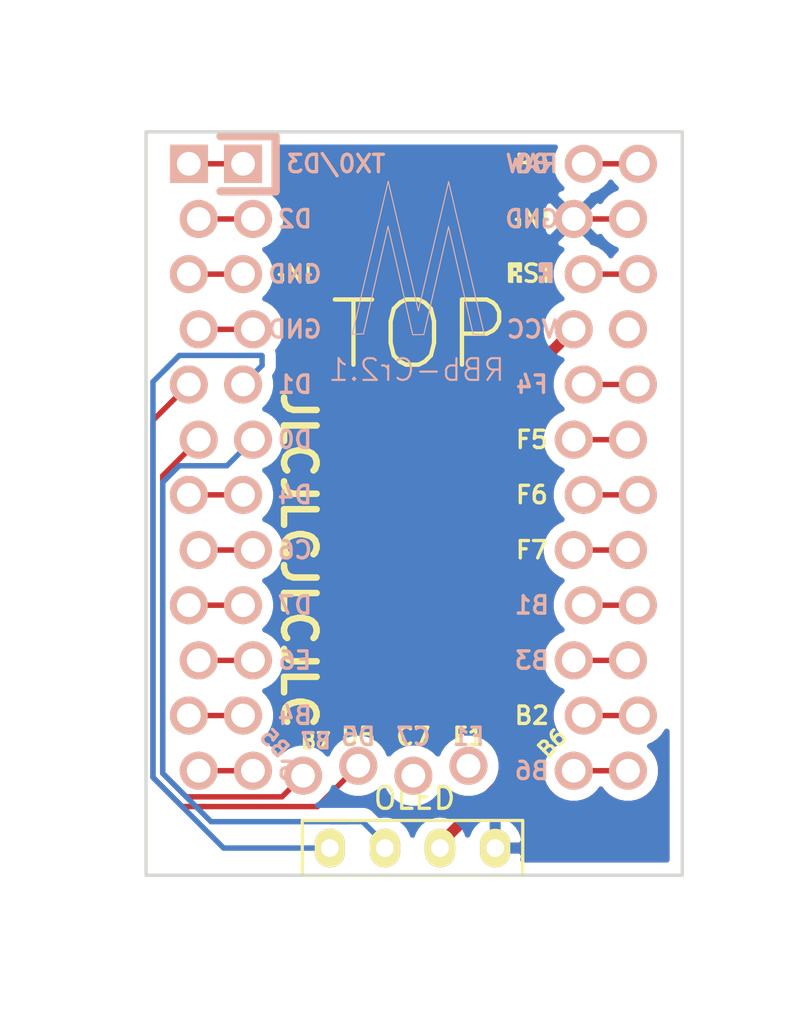
<source format=kicad_pcb>
(kicad_pcb (version 20171130) (host pcbnew 5.1.4+dfsg1-1~bpo10+1)

  (general
    (thickness 1.6)
    (drawings 22)
    (tracks 65)
    (zones 0)
    (modules 3)
    (nets 32)
  )

  (page A4)
  (layers
    (0 F.Cu signal)
    (31 B.Cu signal)
    (32 B.Adhes user)
    (33 F.Adhes user)
    (34 B.Paste user)
    (35 F.Paste user)
    (36 B.SilkS user)
    (37 F.SilkS user)
    (38 B.Mask user)
    (39 F.Mask user)
    (40 Dwgs.User user)
    (41 Cmts.User user)
    (42 Eco1.User user)
    (43 Eco2.User user)
    (44 Edge.Cuts user)
    (45 Margin user)
    (46 B.CrtYd user)
    (47 F.CrtYd user)
    (48 B.Fab user)
    (49 F.Fab user)
  )

  (setup
    (last_trace_width 0.25)
    (trace_clearance 0.2)
    (zone_clearance 0.508)
    (zone_45_only no)
    (trace_min 0.2)
    (via_size 0.8)
    (via_drill 0.4)
    (via_min_size 0.4)
    (via_min_drill 0.3)
    (uvia_size 0.3)
    (uvia_drill 0.1)
    (uvias_allowed no)
    (uvia_min_size 0.2)
    (uvia_min_drill 0.1)
    (edge_width 0.1)
    (segment_width 0.2)
    (pcb_text_width 0.3)
    (pcb_text_size 1.5 1.5)
    (mod_edge_width 0.15)
    (mod_text_size 1 1)
    (mod_text_width 0.15)
    (pad_size 1.397 1.778)
    (pad_drill 0.8128)
    (pad_to_mask_clearance 0)
    (aux_axis_origin 0 0)
    (visible_elements 7FFFFFFF)
    (pcbplotparams
      (layerselection 0x010f0_ffffffff)
      (usegerberextensions true)
      (usegerberattributes false)
      (usegerberadvancedattributes false)
      (creategerberjobfile false)
      (excludeedgelayer true)
      (linewidth 0.100000)
      (plotframeref false)
      (viasonmask false)
      (mode 1)
      (useauxorigin false)
      (hpglpennumber 1)
      (hpglpenspeed 20)
      (hpglpendiameter 15.000000)
      (psnegative false)
      (psa4output false)
      (plotreference true)
      (plotvalue true)
      (plotinvisibletext false)
      (padsonsilk false)
      (subtractmaskfromsilk true)
      (outputformat 1)
      (mirror false)
      (drillshape 0)
      (scaleselection 1)
      (outputdirectory "../../gerbers/"))
  )

  (net 0 "")
  (net 1 "Net-(U1-Pad24)")
  (net 2 "Net-(U1-Pad12)")
  (net 3 "Net-(U1-Pad23)")
  (net 4 "Net-(U1-Pad22)")
  (net 5 "Net-(U1-Pad20)")
  (net 6 "Net-(U1-Pad19)")
  (net 7 "Net-(U1-Pad18)")
  (net 8 "Net-(U1-Pad17)")
  (net 9 "Net-(U1-Pad16)")
  (net 10 "Net-(U1-Pad15)")
  (net 11 "Net-(U1-Pad14)")
  (net 12 "Net-(U1-Pad13)")
  (net 13 "Net-(U1-Pad11)")
  (net 14 "Net-(U1-Pad10)")
  (net 15 "Net-(U1-Pad9)")
  (net 16 "Net-(U1-Pad8)")
  (net 17 "Net-(U1-Pad7)")
  (net 18 "Net-(U1-Pad4)")
  (net 19 "Net-(U1-Pad3)")
  (net 20 "Net-(U1-Pad2)")
  (net 21 "Net-(U1-Pad1)")
  (net 22 "Net-(U1-Pad25)")
  (net 23 "Net-(U1-Pad26)")
  (net 24 "Net-(U1-Pad27)")
  (net 25 "Net-(U1-Pad28)")
  (net 26 SDA)
  (net 27 SCL)
  (net 28 VCC)
  (net 29 "Net-(U2-Pad21)")
  (net 30 GND)
  (net 31 "Net-(U2-Pad23)")

  (net_class Default "This is the default net class."
    (clearance 0.2)
    (trace_width 0.25)
    (via_dia 0.8)
    (via_drill 0.4)
    (uvia_dia 0.3)
    (uvia_drill 0.1)
    (add_net GND)
    (add_net "Net-(U1-Pad1)")
    (add_net "Net-(U1-Pad10)")
    (add_net "Net-(U1-Pad11)")
    (add_net "Net-(U1-Pad12)")
    (add_net "Net-(U1-Pad13)")
    (add_net "Net-(U1-Pad14)")
    (add_net "Net-(U1-Pad15)")
    (add_net "Net-(U1-Pad16)")
    (add_net "Net-(U1-Pad17)")
    (add_net "Net-(U1-Pad18)")
    (add_net "Net-(U1-Pad19)")
    (add_net "Net-(U1-Pad2)")
    (add_net "Net-(U1-Pad20)")
    (add_net "Net-(U1-Pad22)")
    (add_net "Net-(U1-Pad23)")
    (add_net "Net-(U1-Pad24)")
    (add_net "Net-(U1-Pad25)")
    (add_net "Net-(U1-Pad26)")
    (add_net "Net-(U1-Pad27)")
    (add_net "Net-(U1-Pad28)")
    (add_net "Net-(U1-Pad3)")
    (add_net "Net-(U1-Pad4)")
    (add_net "Net-(U1-Pad7)")
    (add_net "Net-(U1-Pad8)")
    (add_net "Net-(U1-Pad9)")
    (add_net "Net-(U2-Pad21)")
    (add_net "Net-(U2-Pad23)")
    (add_net SCL)
    (add_net SDA)
    (add_net VCC)
  )

  (module kbd:OLED_1side (layer F.Cu) (tedit 5EFB87EF) (tstamp 5EAEC976)
    (at 85.83 85.83)
    (descr "Connecteur 6 pins")
    (tags "CONN DEV")
    (path /5A91DA4B)
    (fp_text reference J1 (at 3.7 2.1 180) (layer F.Fab)
      (effects (font (size 0.8128 0.8128) (thickness 0.15)))
    )
    (fp_text value OLED (at 3.6 3.3) (layer F.SilkS) hide
      (effects (font (size 0.8128 0.8128) (thickness 0.15)))
    )
    (fp_line (start -1.27 1.27) (end 8.89 1.27) (layer F.SilkS) (width 0.15))
    (fp_line (start -1.27 -1.27) (end 8.89 -1.27) (layer F.SilkS) (width 0.15))
    (fp_line (start 8.89 -1.27) (end 8.89 1.27) (layer F.SilkS) (width 0.15))
    (fp_line (start -1.27 1.27) (end -1.27 -1.27) (layer F.SilkS) (width 0.15))
    (fp_text user OLED (at 3.906 -2.284) (layer F.SilkS)
      (effects (font (size 1 1) (thickness 0.15)))
    )
    (pad 1 thru_hole oval (at 0 0) (size 1.397 1.778) (drill 0.8128) (layers *.Cu F.SilkS B.Mask)
      (net 26 SDA))
    (pad 2 thru_hole oval (at 2.54 0) (size 1.397 1.778) (drill 0.8128) (layers *.Cu F.SilkS B.Mask)
      (net 27 SCL))
    (pad 3 thru_hole oval (at 5.08 0) (size 1.397 1.778) (drill 0.8128) (layers *.Cu F.SilkS B.Mask)
      (net 28 VCC))
    (pad 4 thru_hole oval (at 7.62 0) (size 1.397 1.778) (drill 0.8128) (layers *.Cu F.SilkS B.Mask)
      (net 30 GND))
  )

  (module Keebio-Parts:Elite-C-ZigZag (layer F.Cu) (tedit 5EAEC749) (tstamp 5EAE4D75)
    (at 89.68 68.3 270)
    (path /5E939961)
    (fp_text reference U1 (at 0 1.625 90) (layer F.SilkS) hide
      (effects (font (size 1 1) (thickness 0.2)))
    )
    (fp_text value ProMicro (at 0 0 90) (layer F.SilkS) hide
      (effects (font (size 1 1) (thickness 0.2)))
    )
    (fp_text user D5 (at 12.4 2.54) (layer B.SilkS)
      (effects (font (size 0.8 0.8) (thickness 0.15)) (justify mirror))
    )
    (fp_text user D5 (at 12.4 2.54) (layer F.SilkS)
      (effects (font (size 0.8 0.8) (thickness 0.15)))
    )
    (fp_text user F1 (at 12.4 -2.54) (layer F.SilkS)
      (effects (font (size 0.8 0.8) (thickness 0.15)))
    )
    (fp_text user F1 (at 12.4 -2.54) (layer B.SilkS)
      (effects (font (size 0.8 0.8) (thickness 0.15)) (justify mirror))
    )
    (fp_text user C7 (at 12.4 0) (layer B.SilkS)
      (effects (font (size 0.8 0.8) (thickness 0.15)) (justify mirror))
    )
    (fp_text user C7 (at 12.4 0) (layer F.SilkS)
      (effects (font (size 0.8 0.8) (thickness 0.15)))
    )
    (fp_text user B6 (at 13.97 -5.461 unlocked) (layer B.SilkS)
      (effects (font (size 0.8 0.8) (thickness 0.15)) (justify mirror))
    )
    (fp_text user B6 (at 12.7 -6.4 45 unlocked) (layer F.SilkS)
      (effects (font (size 0.7 0.7) (thickness 0.15)))
    )
    (fp_text user B7 (at 12.6 4.5) (layer B.SilkS)
      (effects (font (size 0.7 0.7) (thickness 0.15)) (justify mirror))
    )
    (fp_text user B7 (at 12.6 4.5) (layer F.SilkS)
      (effects (font (size 0.7 0.7) (thickness 0.15)))
    )
    (fp_line (start -15.24 6.35) (end -15.24 8.89) (layer F.SilkS) (width 0.381))
    (fp_line (start -15.24 6.35) (end -15.24 8.89) (layer B.SilkS) (width 0.381))
    (fp_poly (pts (xy -9.35097 -5.844635) (xy -9.25097 -5.844635) (xy -9.25097 -6.344635) (xy -9.35097 -6.344635)) (layer B.SilkS) (width 0.15))
    (fp_poly (pts (xy -9.35097 -5.844635) (xy -9.05097 -5.844635) (xy -9.05097 -5.944635) (xy -9.35097 -5.944635)) (layer B.SilkS) (width 0.15))
    (fp_poly (pts (xy -8.75097 -5.844635) (xy -8.55097 -5.844635) (xy -8.55097 -5.944635) (xy -8.75097 -5.944635)) (layer B.SilkS) (width 0.15))
    (fp_poly (pts (xy -9.35097 -6.244635) (xy -8.55097 -6.244635) (xy -8.55097 -6.344635) (xy -9.35097 -6.344635)) (layer B.SilkS) (width 0.15))
    (fp_poly (pts (xy -8.95097 -6.044635) (xy -8.85097 -6.044635) (xy -8.85097 -6.144635) (xy -8.95097 -6.144635)) (layer B.SilkS) (width 0.15))
    (fp_text user ST (at -8.92 -5.73312) (layer F.SilkS)
      (effects (font (size 0.8 0.8) (thickness 0.15)))
    )
    (fp_poly (pts (xy -8.76064 -4.931568) (xy -8.56064 -4.931568) (xy -8.56064 -4.831568) (xy -8.76064 -4.831568)) (layer F.SilkS) (width 0.15))
    (fp_poly (pts (xy -9.36064 -4.531568) (xy -8.56064 -4.531568) (xy -8.56064 -4.431568) (xy -9.36064 -4.431568)) (layer F.SilkS) (width 0.15))
    (fp_poly (pts (xy -9.36064 -4.931568) (xy -9.26064 -4.931568) (xy -9.26064 -4.431568) (xy -9.36064 -4.431568)) (layer F.SilkS) (width 0.15))
    (fp_poly (pts (xy -8.96064 -4.731568) (xy -8.86064 -4.731568) (xy -8.86064 -4.631568) (xy -8.96064 -4.631568)) (layer F.SilkS) (width 0.15))
    (fp_poly (pts (xy -9.36064 -4.931568) (xy -9.06064 -4.931568) (xy -9.06064 -4.831568) (xy -9.36064 -4.831568)) (layer F.SilkS) (width 0.15))
    (fp_line (start -12.7 6.35) (end -12.7 8.89) (layer F.SilkS) (width 0.381))
    (fp_line (start -15.24 6.35) (end -12.7 6.35) (layer F.SilkS) (width 0.381))
    (fp_text user TX0/D3 (at -13.97 3.571872) (layer B.SilkS)
      (effects (font (size 0.8 0.8) (thickness 0.15)) (justify mirror))
    )
    (fp_text user TX0/D3 (at -13.97 3.571872) (layer B.SilkS)
      (effects (font (size 0.8 0.8) (thickness 0.15)) (justify mirror))
    )
    (fp_text user D2 (at -11.43 5.461) (layer B.SilkS)
      (effects (font (size 0.8 0.8) (thickness 0.15)) (justify mirror))
    )
    (fp_text user D0 (at -1.27 5.461) (layer B.SilkS)
      (effects (font (size 0.8 0.8) (thickness 0.15)) (justify mirror))
    )
    (fp_text user D1 (at -3.81 5.461) (layer B.SilkS)
      (effects (font (size 0.8 0.8) (thickness 0.15)) (justify mirror))
    )
    (fp_text user GND (at -6.35 5.461) (layer B.SilkS)
      (effects (font (size 0.8 0.8) (thickness 0.15)) (justify mirror))
    )
    (fp_text user GND (at -8.89 5.461) (layer F.SilkS)
      (effects (font (size 0.8 0.8) (thickness 0.15)))
    )
    (fp_text user D4 (at 1.27 5.461) (layer B.SilkS)
      (effects (font (size 0.8 0.8) (thickness 0.15)) (justify mirror))
    )
    (fp_text user C6 (at 3.81 5.461) (layer B.SilkS)
      (effects (font (size 0.8 0.8) (thickness 0.15)) (justify mirror))
    )
    (fp_text user D7 (at 6.35 5.461) (layer B.SilkS)
      (effects (font (size 0.8 0.8) (thickness 0.15)) (justify mirror))
    )
    (fp_text user E6 (at 8.89 5.461) (layer B.SilkS)
      (effects (font (size 0.8 0.8) (thickness 0.15)) (justify mirror))
    )
    (fp_text user B4 (at 11.43 5.461) (layer B.SilkS)
      (effects (font (size 0.8 0.8) (thickness 0.15)) (justify mirror))
    )
    (fp_text user B5 (at 13.97 5.461) (layer B.SilkS)
      (effects (font (size 0.8 0.8) (thickness 0.15)) (justify mirror))
    )
    (fp_text user B2 (at 11.43 -5.461) (layer F.SilkS)
      (effects (font (size 0.8 0.8) (thickness 0.15)))
    )
    (fp_text user B3 (at 8.89 -5.461) (layer B.SilkS)
      (effects (font (size 0.8 0.8) (thickness 0.15)) (justify mirror))
    )
    (fp_text user B1 (at 6.35 -5.461) (layer B.SilkS)
      (effects (font (size 0.8 0.8) (thickness 0.15)) (justify mirror))
    )
    (fp_text user F7 (at 3.81 -5.461) (layer F.SilkS)
      (effects (font (size 0.8 0.8) (thickness 0.15)))
    )
    (fp_text user F6 (at 1.27 -5.461) (layer F.SilkS)
      (effects (font (size 0.8 0.8) (thickness 0.15)))
    )
    (fp_text user F5 (at -1.27 -5.461) (layer F.SilkS)
      (effects (font (size 0.8 0.8) (thickness 0.15)))
    )
    (fp_text user F4 (at -3.81 -5.461) (layer B.SilkS)
      (effects (font (size 0.8 0.8) (thickness 0.15)) (justify mirror))
    )
    (fp_text user VCC (at -6.35 -5.461) (layer B.SilkS)
      (effects (font (size 0.8 0.8) (thickness 0.15)) (justify mirror))
    )
    (fp_text user ST (at -8.92 -5.73312) (layer F.SilkS)
      (effects (font (size 0.8 0.8) (thickness 0.15)))
    )
    (fp_text user GND (at -11.43 -5.461) (layer F.SilkS)
      (effects (font (size 0.8 0.8) (thickness 0.15)))
    )
    (fp_text user B0 (at -13.97 -5.461) (layer F.SilkS)
      (effects (font (size 0.8 0.8) (thickness 0.15)))
    )
    (fp_text user B0 (at -13.97 -5.461) (layer B.SilkS)
      (effects (font (size 0.8 0.8) (thickness 0.15)) (justify mirror))
    )
    (fp_text user GND (at -11.43 -5.461) (layer B.SilkS)
      (effects (font (size 0.8 0.8) (thickness 0.15)) (justify mirror))
    )
    (fp_text user VCC (at -6.35 -5.461) (layer B.SilkS)
      (effects (font (size 0.8 0.8) (thickness 0.15)) (justify mirror))
    )
    (fp_text user F4 (at -3.81 -5.461) (layer B.SilkS)
      (effects (font (size 0.8 0.8) (thickness 0.15)) (justify mirror))
    )
    (fp_text user F5 (at -1.27 -5.461) (layer F.SilkS)
      (effects (font (size 0.8 0.8) (thickness 0.15)))
    )
    (fp_text user F6 (at 1.27 -5.461) (layer F.SilkS)
      (effects (font (size 0.8 0.8) (thickness 0.15)))
    )
    (fp_text user F7 (at 3.81 -5.461) (layer F.SilkS)
      (effects (font (size 0.8 0.8) (thickness 0.15)))
    )
    (fp_text user B1 (at 6.35 -5.461) (layer B.SilkS)
      (effects (font (size 0.8 0.8) (thickness 0.15)) (justify mirror))
    )
    (fp_text user B3 (at 8.89 -5.461) (layer B.SilkS)
      (effects (font (size 0.8 0.8) (thickness 0.15)) (justify mirror))
    )
    (fp_text user B2 (at 11.43 -5.461) (layer F.SilkS)
      (effects (font (size 0.8 0.8) (thickness 0.15)))
    )
    (fp_text user B5 (at 12.7 6.4 315) (layer B.SilkS)
      (effects (font (size 0.7 0.7) (thickness 0.15)) (justify mirror))
    )
    (fp_text user B4 (at 11.43 5.461) (layer B.SilkS)
      (effects (font (size 0.8 0.8) (thickness 0.15)) (justify mirror))
    )
    (fp_text user E6 (at 8.89 5.461) (layer B.SilkS)
      (effects (font (size 0.8 0.8) (thickness 0.15)) (justify mirror))
    )
    (fp_text user D7 (at 6.35 5.461) (layer B.SilkS)
      (effects (font (size 0.8 0.8) (thickness 0.15)) (justify mirror))
    )
    (fp_text user C6 (at 3.81 5.461) (layer B.SilkS)
      (effects (font (size 0.8 0.8) (thickness 0.15)) (justify mirror))
    )
    (fp_text user D4 (at 1.27 5.461) (layer B.SilkS)
      (effects (font (size 0.8 0.8) (thickness 0.15)) (justify mirror))
    )
    (fp_text user GND (at -8.89 5.461) (layer B.SilkS)
      (effects (font (size 0.8 0.8) (thickness 0.15)) (justify mirror))
    )
    (fp_text user GND (at -6.35 5.461) (layer B.SilkS)
      (effects (font (size 0.8 0.8) (thickness 0.15)) (justify mirror))
    )
    (fp_text user D1 (at -3.81 5.461) (layer B.SilkS)
      (effects (font (size 0.8 0.8) (thickness 0.15)) (justify mirror))
    )
    (fp_text user D0 (at -1.27 5.461) (layer B.SilkS)
      (effects (font (size 0.8 0.8) (thickness 0.15)) (justify mirror))
    )
    (fp_text user D2 (at -11.43 5.461) (layer B.SilkS)
      (effects (font (size 0.8 0.8) (thickness 0.15)) (justify mirror))
    )
    (fp_line (start -15.24 6.35) (end -12.7 6.35) (layer B.SilkS) (width 0.381))
    (fp_line (start -12.7 6.35) (end -12.7 8.89) (layer B.SilkS) (width 0.381))
    (fp_text user RAW (at -13.97 -5.461) (layer B.SilkS)
      (effects (font (size 0.8 0.8) (thickness 0.15)) (justify mirror))
    )
    (pad 25 thru_hole circle (at 14.1986 5.08 270) (size 1.7526 1.7526) (drill 1.0922) (layers *.Cu *.SilkS *.Mask)
      (net 22 "Net-(U1-Pad25)"))
    (pad 26 thru_hole circle (at 13.7414 2.54 270) (size 1.7526 1.7526) (drill 1.0922) (layers *.Cu *.SilkS *.Mask)
      (net 23 "Net-(U1-Pad26)"))
    (pad 27 thru_hole circle (at 14.1986 0 270) (size 1.7526 1.7526) (drill 1.0922) (layers *.Cu *.SilkS *.Mask)
      (net 24 "Net-(U1-Pad27)"))
    (pad 28 thru_hole circle (at 13.7414 -2.54 270) (size 1.7526 1.7526) (drill 1.0922) (layers *.Cu *.SilkS *.Mask)
      (net 25 "Net-(U1-Pad28)"))
    (pad 24 thru_hole circle (at -13.97 -7.8486 270) (size 1.7526 1.7526) (drill 1.0922) (layers *.Cu *.SilkS *.Mask)
      (net 1 "Net-(U1-Pad24)"))
    (pad 12 thru_hole circle (at 13.97 7.3914 270) (size 1.7526 1.7526) (drill 1.0922) (layers *.Cu *.SilkS *.Mask)
      (net 2 "Net-(U1-Pad12)"))
    (pad 23 thru_hole circle (at -11.43 -7.3914 270) (size 1.7526 1.7526) (drill 1.0922) (layers *.Cu *.SilkS *.Mask)
      (net 30 GND))
    (pad 22 thru_hole circle (at -8.89 -7.8486 270) (size 1.7526 1.7526) (drill 1.0922) (layers *.Cu *.SilkS *.Mask)
      (net 4 "Net-(U1-Pad22)"))
    (pad 21 thru_hole circle (at -6.35 -7.3914 270) (size 1.7526 1.7526) (drill 1.0922) (layers *.Cu *.SilkS *.Mask)
      (net 28 VCC))
    (pad 20 thru_hole circle (at -3.81 -7.8486 270) (size 1.7526 1.7526) (drill 1.0922) (layers *.Cu *.SilkS *.Mask)
      (net 5 "Net-(U1-Pad20)"))
    (pad 19 thru_hole circle (at -1.27 -7.3914 270) (size 1.7526 1.7526) (drill 1.0922) (layers *.Cu *.SilkS *.Mask)
      (net 6 "Net-(U1-Pad19)"))
    (pad 18 thru_hole circle (at 1.27 -7.8486 270) (size 1.7526 1.7526) (drill 1.0922) (layers *.Cu *.SilkS *.Mask)
      (net 7 "Net-(U1-Pad18)"))
    (pad 17 thru_hole circle (at 3.81 -7.3914 270) (size 1.7526 1.7526) (drill 1.0922) (layers *.Cu *.SilkS *.Mask)
      (net 8 "Net-(U1-Pad17)"))
    (pad 16 thru_hole circle (at 6.35 -7.8486 270) (size 1.7526 1.7526) (drill 1.0922) (layers *.Cu *.SilkS *.Mask)
      (net 9 "Net-(U1-Pad16)"))
    (pad 15 thru_hole circle (at 8.89 -7.3914 270) (size 1.7526 1.7526) (drill 1.0922) (layers *.Cu *.SilkS *.Mask)
      (net 10 "Net-(U1-Pad15)"))
    (pad 14 thru_hole circle (at 11.43 -7.8486 270) (size 1.7526 1.7526) (drill 1.0922) (layers *.Cu *.SilkS *.Mask)
      (net 11 "Net-(U1-Pad14)"))
    (pad 13 thru_hole circle (at 13.97 -7.3914 270) (size 1.7526 1.7526) (drill 1.0922) (layers *.Cu *.SilkS *.Mask)
      (net 12 "Net-(U1-Pad13)"))
    (pad 11 thru_hole circle (at 11.43 7.8486 270) (size 1.7526 1.7526) (drill 1.0922) (layers *.Cu *.SilkS *.Mask)
      (net 13 "Net-(U1-Pad11)"))
    (pad 10 thru_hole circle (at 8.89 7.3914 270) (size 1.7526 1.7526) (drill 1.0922) (layers *.Cu *.SilkS *.Mask)
      (net 14 "Net-(U1-Pad10)"))
    (pad 9 thru_hole circle (at 6.35 7.8486 270) (size 1.7526 1.7526) (drill 1.0922) (layers *.Cu *.SilkS *.Mask)
      (net 15 "Net-(U1-Pad9)"))
    (pad 8 thru_hole circle (at 3.81 7.3914 270) (size 1.7526 1.7526) (drill 1.0922) (layers *.Cu *.SilkS *.Mask)
      (net 16 "Net-(U1-Pad8)"))
    (pad 7 thru_hole circle (at 1.27 7.8486 270) (size 1.7526 1.7526) (drill 1.0922) (layers *.Cu *.SilkS *.Mask)
      (net 17 "Net-(U1-Pad7)"))
    (pad 6 thru_hole circle (at -1.27 7.3914 270) (size 1.7526 1.7526) (drill 1.0922) (layers *.Cu *.SilkS *.Mask)
      (net 27 SCL))
    (pad 5 thru_hole circle (at -3.81 7.8486 270) (size 1.7526 1.7526) (drill 1.0922) (layers *.Cu *.SilkS *.Mask)
      (net 26 SDA))
    (pad 4 thru_hole circle (at -6.35 7.3914 270) (size 1.7526 1.7526) (drill 1.0922) (layers *.Cu *.SilkS *.Mask)
      (net 18 "Net-(U1-Pad4)"))
    (pad 3 thru_hole circle (at -8.89 7.8486 270) (size 1.7526 1.7526) (drill 1.0922) (layers *.Cu *.SilkS *.Mask)
      (net 19 "Net-(U1-Pad3)"))
    (pad 2 thru_hole circle (at -11.43 7.3914 270) (size 1.7526 1.7526) (drill 1.0922) (layers *.Cu *.SilkS *.Mask)
      (net 20 "Net-(U1-Pad2)"))
    (pad 1 thru_hole rect (at -13.97 7.8486 270) (size 1.7526 1.7526) (drill 1.0922) (layers *.Cu *.SilkS *.Mask)
      (net 21 "Net-(U1-Pad1)"))
    (model /Users/danny/Documents/proj/custom-keyboard/kicad-libs/3d_models/ArduinoProMicro.wrl
      (offset (xyz -13.96999979019165 -7.619999885559082 -5.841999912261963))
      (scale (xyz 0.395 0.395 0.395))
      (rotate (xyz 90 180 180))
    )
  )

  (module Keebio-Parts:ArduinoProMicro-Mini-USB-ZigZag (layer F.Cu) (tedit 5EADCE30) (tstamp 5EADD8E0)
    (at 89.68 68.3 270)
    (path /5E9394F7)
    (fp_text reference U2 (at 0 1.125 90) (layer F.SilkS) hide
      (effects (font (size 1.27 1.524) (thickness 0.2032)))
    )
    (fp_text value ProMicro (at 0 -1 90) (layer F.SilkS) hide
      (effects (font (size 1.27 1.524) (thickness 0.2032)))
    )
    (pad 24 thru_hole circle (at -13.97 -10.3486 270) (size 1.7526 1.7526) (drill 1.0922) (layers *.Cu *.SilkS *.Mask)
      (net 1 "Net-(U1-Pad24)"))
    (pad 12 thru_hole circle (at 13.97 9.8914 270) (size 1.7526 1.7526) (drill 1.0922) (layers *.Cu *.SilkS *.Mask)
      (net 2 "Net-(U1-Pad12)"))
    (pad 23 thru_hole circle (at -11.43 -9.8914 270) (size 1.7526 1.7526) (drill 1.0922) (layers *.Cu *.SilkS *.Mask)
      (net 31 "Net-(U2-Pad23)"))
    (pad 22 thru_hole circle (at -8.89 -10.3486 270) (size 1.7526 1.7526) (drill 1.0922) (layers *.Cu *.SilkS *.Mask)
      (net 4 "Net-(U1-Pad22)"))
    (pad 21 thru_hole circle (at -6.35 -9.8914 270) (size 1.7526 1.7526) (drill 1.0922) (layers *.Cu *.SilkS *.Mask)
      (net 29 "Net-(U2-Pad21)"))
    (pad 20 thru_hole circle (at -3.81 -10.3486 270) (size 1.7526 1.7526) (drill 1.0922) (layers *.Cu *.SilkS *.Mask)
      (net 5 "Net-(U1-Pad20)"))
    (pad 19 thru_hole circle (at -1.27 -9.8914 270) (size 1.7526 1.7526) (drill 1.0922) (layers *.Cu *.SilkS *.Mask)
      (net 6 "Net-(U1-Pad19)"))
    (pad 18 thru_hole circle (at 1.27 -10.3486 270) (size 1.7526 1.7526) (drill 1.0922) (layers *.Cu *.SilkS *.Mask)
      (net 7 "Net-(U1-Pad18)"))
    (pad 17 thru_hole circle (at 3.81 -9.8914 270) (size 1.7526 1.7526) (drill 1.0922) (layers *.Cu *.SilkS *.Mask)
      (net 8 "Net-(U1-Pad17)"))
    (pad 16 thru_hole circle (at 6.35 -10.3486 270) (size 1.7526 1.7526) (drill 1.0922) (layers *.Cu *.SilkS *.Mask)
      (net 9 "Net-(U1-Pad16)"))
    (pad 15 thru_hole circle (at 8.89 -9.8914 270) (size 1.7526 1.7526) (drill 1.0922) (layers *.Cu *.SilkS *.Mask)
      (net 10 "Net-(U1-Pad15)"))
    (pad 14 thru_hole circle (at 11.43 -10.3486 270) (size 1.7526 1.7526) (drill 1.0922) (layers *.Cu *.SilkS *.Mask)
      (net 11 "Net-(U1-Pad14)"))
    (pad 13 thru_hole circle (at 13.97 -9.8914 270) (size 1.7526 1.7526) (drill 1.0922) (layers *.Cu *.SilkS *.Mask)
      (net 12 "Net-(U1-Pad13)"))
    (pad 11 thru_hole circle (at 11.43 10.3486 270) (size 1.7526 1.7526) (drill 1.0922) (layers *.Cu *.SilkS *.Mask)
      (net 13 "Net-(U1-Pad11)"))
    (pad 10 thru_hole circle (at 8.89 9.8914 270) (size 1.7526 1.7526) (drill 1.0922) (layers *.Cu *.SilkS *.Mask)
      (net 14 "Net-(U1-Pad10)"))
    (pad 9 thru_hole circle (at 6.35 10.3486 270) (size 1.7526 1.7526) (drill 1.0922) (layers *.Cu *.SilkS *.Mask)
      (net 15 "Net-(U1-Pad9)"))
    (pad 8 thru_hole circle (at 3.81 9.8914 270) (size 1.7526 1.7526) (drill 1.0922) (layers *.Cu *.SilkS *.Mask)
      (net 16 "Net-(U1-Pad8)"))
    (pad 7 thru_hole circle (at 1.27 10.3486 270) (size 1.7526 1.7526) (drill 1.0922) (layers *.Cu *.SilkS *.Mask)
      (net 17 "Net-(U1-Pad7)"))
    (pad 6 thru_hole circle (at -1.27 9.8914 270) (size 1.7526 1.7526) (drill 1.0922) (layers *.Cu *.SilkS *.Mask)
      (net 22 "Net-(U1-Pad25)"))
    (pad 5 thru_hole circle (at -3.81 10.3486 270) (size 1.7526 1.7526) (drill 1.0922) (layers *.Cu *.SilkS *.Mask)
      (net 23 "Net-(U1-Pad26)"))
    (pad 4 thru_hole circle (at -6.35 9.8914 270) (size 1.7526 1.7526) (drill 1.0922) (layers *.Cu *.SilkS *.Mask)
      (net 18 "Net-(U1-Pad4)"))
    (pad 3 thru_hole circle (at -8.89 10.3486 270) (size 1.7526 1.7526) (drill 1.0922) (layers *.Cu *.SilkS *.Mask)
      (net 19 "Net-(U1-Pad3)"))
    (pad 2 thru_hole circle (at -11.43 9.8914 270) (size 1.7526 1.7526) (drill 1.0922) (layers *.Cu *.SilkS *.Mask)
      (net 20 "Net-(U1-Pad2)"))
    (pad 1 thru_hole rect (at -13.97 10.3486 270) (size 1.7526 1.7526) (drill 1.0922) (layers *.Cu *.SilkS *.Mask)
      (net 21 "Net-(U1-Pad1)"))
  )

  (gr_text JLCJLCJLCJLC (at 84.4 72.59 270) (layer F.SilkS) (tstamp 5EAF14E0)
    (effects (font (size 1.5 1.5) (thickness 0.3)))
  )
  (gr_text TOP (at 89.99 62.2) (layer F.SilkS) (tstamp 5EAE5D93)
    (effects (font (size 3 3) (thickness 0.2)))
  )
  (gr_text RBb-Cr2.1 (at 89.83 63.82) (layer B.SilkS) (tstamp 5EADD511)
    (effects (font (size 1 1) (thickness 0.1)) (justify mirror))
  )
  (gr_line (start 77.36 52.86) (end 102.07 52.86) (layer Edge.Cuts) (width 0.15) (tstamp 5EAE524E))
  (gr_line (start 77.36 87.08) (end 102.07 87.08) (layer Edge.Cuts) (width 0.15) (tstamp 5EAE5242))
  (gr_line (start 77.36 52.86) (end 77.36 87.08) (layer Edge.Cuts) (width 0.15) (tstamp 5EAE5263))
  (gr_line (start 102.07 52.86) (end 102.07 87.08) (layer Edge.Cuts) (width 0.15) (tstamp 5EAE523C))
  (gr_line (start 78.08 52.86) (end 101.2 52.86) (layer Dwgs.User) (width 0.15) (tstamp 5EAE5184))
  (gr_line (start 78.08 52.86) (end 78.09 83.65) (layer Dwgs.User) (width 0.15) (tstamp 5EAE5181))
  (gr_line (start 101.2 52.86) (end 101.21 83.65) (layer Dwgs.User) (width 0.15) (tstamp 5EADD0BF))
  (gr_line (start 78.09 83.65) (end 101.21 83.65) (layer Dwgs.User) (width 0.15) (tstamp 5EADD0AF))
  (gr_line (start 92.435465 62.179613) (end 92.950906 62.199226) (layer B.SilkS) (width 0.05) (tstamp 5EAE539D))
  (gr_line (start 86.864559 62.179613) (end 87.38 62.16) (layer B.SilkS) (width 0.05) (tstamp 5EAE53A0))
  (gr_line (start 90.163527 62.190132) (end 91.300459 57.22777) (layer B.SilkS) (width 0.05) (tstamp 5EAE53A3))
  (gr_line (start 89.650012 62.199226) (end 90.163527 62.190132) (layer B.SilkS) (width 0.05) (tstamp 5EAE53A6))
  (gr_line (start 91.300459 57.22777) (end 92.435465 62.179613) (layer B.SilkS) (width 0.05) (tstamp 5EAE53A9))
  (gr_line (start 91.305248 55.154467) (end 89.910037 61.092551) (layer B.SilkS) (width 0.05) (tstamp 5EAE53AC))
  (gr_line (start 92.950906 62.199226) (end 91.305248 55.154467) (layer B.SilkS) (width 0.05) (tstamp 5EAE53AF))
  (gr_line (start 88.515006 57.208157) (end 89.650012 62.199226) (layer B.SilkS) (width 0.05) (tstamp 5EAE53B2))
  (gr_line (start 88.519796 55.134854) (end 86.864559 62.179613) (layer B.SilkS) (width 0.05) (tstamp 5EAE53B5))
  (gr_line (start 89.910037 61.092551) (end 88.519796 55.134854) (layer B.SilkS) (width 0.05) (tstamp 5EAE53B8))
  (gr_line (start 87.38 62.16) (end 88.515006 57.208157) (layer B.SilkS) (width 0.05) (tstamp 5EAE53BB))

  (segment (start 97.5286 54.33) (end 100.0286 54.33) (width 0.25) (layer F.Cu) (net 1))
  (segment (start 79.7886 82.27) (end 82.2886 82.27) (width 0.25) (layer F.Cu) (net 2))
  (segment (start 98.332125 56.87) (end 97.0714 56.87) (width 0.25) (layer F.Cu) (net 3))
  (segment (start 99.5714 56.87) (end 98.332125 56.87) (width 0.25) (layer F.Cu) (net 3))
  (segment (start 100.0286 59.41) (end 97.5286 59.41) (width 0.25) (layer F.Cu) (net 4))
  (segment (start 97.5286 64.49) (end 100.0286 64.49) (width 0.25) (layer F.Cu) (net 5))
  (segment (start 97.0714 67.03) (end 99.5714 67.03) (width 0.25) (layer F.Cu) (net 6))
  (segment (start 97.5286 69.57) (end 100.0286 69.57) (width 0.25) (layer F.Cu) (net 7))
  (segment (start 97.0714 72.11) (end 99.5714 72.11) (width 0.25) (layer F.Cu) (net 8))
  (segment (start 98.767875 74.65) (end 100.0286 74.65) (width 0.25) (layer F.Cu) (net 9))
  (segment (start 97.5286 74.65) (end 98.767875 74.65) (width 0.25) (layer F.Cu) (net 9))
  (segment (start 97.0714 77.19) (end 99.5714 77.19) (width 0.25) (layer F.Cu) (net 10))
  (segment (start 98.767875 79.73) (end 100.0286 79.73) (width 0.25) (layer F.Cu) (net 11))
  (segment (start 97.5286 79.73) (end 98.767875 79.73) (width 0.25) (layer F.Cu) (net 11))
  (segment (start 98.310675 82.27) (end 99.5714 82.27) (width 0.25) (layer F.Cu) (net 12))
  (segment (start 97.0714 82.27) (end 98.310675 82.27) (width 0.25) (layer F.Cu) (net 12))
  (segment (start 80.570675 79.73) (end 81.8314 79.73) (width 0.25) (layer F.Cu) (net 13))
  (segment (start 79.3314 79.73) (end 80.570675 79.73) (width 0.25) (layer F.Cu) (net 13))
  (segment (start 79.7886 77.19) (end 82.2886 77.19) (width 0.25) (layer F.Cu) (net 14))
  (segment (start 79.3314 74.65) (end 81.8314 74.65) (width 0.25) (layer F.Cu) (net 15))
  (segment (start 81.027875 72.11) (end 82.2886 72.11) (width 0.25) (layer F.Cu) (net 16))
  (segment (start 79.7886 72.11) (end 81.027875 72.11) (width 0.25) (layer F.Cu) (net 16))
  (segment (start 79.3314 69.57) (end 81.8314 69.57) (width 0.25) (layer F.Cu) (net 17))
  (segment (start 79.7886 61.95) (end 82.2886 61.95) (width 0.25) (layer F.Cu) (net 18))
  (segment (start 80.570675 59.41) (end 81.8314 59.41) (width 0.25) (layer F.Cu) (net 19))
  (segment (start 79.3314 59.41) (end 80.570675 59.41) (width 0.25) (layer F.Cu) (net 19))
  (segment (start 81.027875 56.87) (end 82.2886 56.87) (width 0.25) (layer F.Cu) (net 20))
  (segment (start 79.7886 56.87) (end 81.027875 56.87) (width 0.25) (layer F.Cu) (net 20))
  (segment (start 80.4577 54.33) (end 81.8314 54.33) (width 0.25) (layer F.Cu) (net 21))
  (segment (start 79.3314 54.33) (end 80.4577 54.33) (width 0.25) (layer F.Cu) (net 21))
  (segment (start 78.130099 68.688501) (end 79.470395 67.348205) (width 0.25) (layer F.Cu) (net 22))
  (segment (start 78.130099 82.389425) (end 78.130099 68.688501) (width 0.25) (layer F.Cu) (net 22))
  (segment (start 79.211975 83.471301) (end 78.130099 82.389425) (width 0.25) (layer F.Cu) (net 22))
  (segment (start 84.6 82.4986) (end 83.627299 83.471301) (width 0.25) (layer F.Cu) (net 22))
  (segment (start 83.627299 83.471301) (end 79.211975 83.471301) (width 0.25) (layer F.Cu) (net 22))
  (segment (start 77.680089 66.141311) (end 79.013195 64.808205) (width 0.25) (layer F.Cu) (net 23))
  (segment (start 77.680089 82.575825) (end 77.680089 66.141311) (width 0.25) (layer F.Cu) (net 23))
  (segment (start 79.025574 83.92131) (end 77.680089 82.575825) (width 0.25) (layer F.Cu) (net 23))
  (segment (start 87.14 82.0414) (end 85.260089 83.921311) (width 0.25) (layer F.Cu) (net 23))
  (segment (start 85.260089 83.921311) (end 79.025574 83.92131) (width 0.25) (layer F.Cu) (net 23))
  (segment (start 81.570674 85.83) (end 84.8815 85.83) (width 0.25) (layer B.Cu) (net 26))
  (segment (start 84.8815 85.83) (end 85.83 85.83) (width 0.25) (layer B.Cu) (net 26))
  (segment (start 78.892173 63.151301) (end 78.130099 63.913375) (width 0.25) (layer B.Cu) (net 26))
  (segment (start 82.707699 63.613701) (end 81.8314 64.49) (width 0.25) (layer B.Cu) (net 26))
  (segment (start 82.691301 63.151301) (end 82.707699 63.167699) (width 0.25) (layer B.Cu) (net 26))
  (segment (start 78.892173 63.151301) (end 82.691301 63.151301) (width 0.25) (layer B.Cu) (net 26))
  (segment (start 77.680089 64.363385) (end 78.892173 63.151301) (width 0.25) (layer B.Cu) (net 26))
  (segment (start 77.680089 82.575825) (end 77.680089 64.363385) (width 0.25) (layer B.Cu) (net 26))
  (segment (start 80.934264 85.83) (end 77.680089 82.575825) (width 0.25) (layer B.Cu) (net 26))
  (segment (start 82.707699 63.167699) (end 82.707699 63.613701) (width 0.25) (layer B.Cu) (net 26))
  (segment (start 81.570674 85.83) (end 80.934264 85.83) (width 0.25) (layer B.Cu) (net 26))
  (segment (start 78.130099 82.389425) (end 80.356664 84.61599) (width 0.25) (layer B.Cu) (net 27))
  (segment (start 78.130099 68.993375) (end 78.130099 82.389425) (width 0.25) (layer B.Cu) (net 27))
  (segment (start 78.892173 68.231301) (end 78.130099 68.993375) (width 0.25) (layer B.Cu) (net 27))
  (segment (start 81.087299 68.231301) (end 78.892173 68.231301) (width 0.25) (layer B.Cu) (net 27))
  (segment (start 82.2886 67.03) (end 81.087299 68.231301) (width 0.25) (layer B.Cu) (net 27))
  (segment (start 87.34649 84.61599) (end 85.88401 84.61599) (width 0.25) (layer B.Cu) (net 27))
  (segment (start 88.37 85.6395) (end 87.34649 84.61599) (width 0.25) (layer B.Cu) (net 27))
  (segment (start 88.37 85.83) (end 88.37 85.6395) (width 0.25) (layer B.Cu) (net 27))
  (segment (start 86.66469 84.61599) (end 85.88401 84.61599) (width 0.25) (layer B.Cu) (net 27))
  (segment (start 85.88401 84.61599) (end 80.356664 84.61599) (width 0.25) (layer B.Cu) (net 27))
  (segment (start 90.91 85.6395) (end 94.29 82.2595) (width 0.508) (layer F.Cu) (net 28))
  (segment (start 90.91 85.83) (end 90.91 85.6395) (width 0.25) (layer F.Cu) (net 28))
  (segment (start 94.29 64.7314) (end 96.753195 62.268205) (width 0.508) (layer F.Cu) (net 28))
  (segment (start 94.29 82.2595) (end 94.29 64.7314) (width 0.508) (layer F.Cu) (net 28))

  (zone (net 30) (net_name GND) (layer F.Cu) (tstamp 5EBD870E) (hatch edge 0.508)
    (connect_pads (clearance 0.508))
    (min_thickness 0.254)
    (fill yes (arc_segments 32) (thermal_gap 0.508) (thermal_bridge_width 0.508))
    (polygon
      (pts
        (xy 73.22 48.06) (xy 106.18 47.81) (xy 106.02 91.25) (xy 72.66 90.28)
      )
    )
    (filled_polygon
      (pts
        (xy 96.0173 64.34115) (xy 96.0173 64.63885) (xy 96.075378 64.93083) (xy 96.189303 65.205869) (xy 96.354696 65.453398)
        (xy 96.52274 65.621442) (xy 96.355531 65.690703) (xy 96.108002 65.856096) (xy 95.897496 66.066602) (xy 95.732103 66.314131)
        (xy 95.618178 66.58917) (xy 95.5601 66.88115) (xy 95.5601 67.17885) (xy 95.618178 67.47083) (xy 95.732103 67.745869)
        (xy 95.897496 67.993398) (xy 96.108002 68.203904) (xy 96.355531 68.369297) (xy 96.52274 68.438558) (xy 96.354696 68.606602)
        (xy 96.189303 68.854131) (xy 96.075378 69.12917) (xy 96.0173 69.42115) (xy 96.0173 69.71885) (xy 96.075378 70.01083)
        (xy 96.189303 70.285869) (xy 96.354696 70.533398) (xy 96.52274 70.701442) (xy 96.355531 70.770703) (xy 96.108002 70.936096)
        (xy 95.897496 71.146602) (xy 95.732103 71.394131) (xy 95.618178 71.66917) (xy 95.5601 71.96115) (xy 95.5601 72.25885)
        (xy 95.618178 72.55083) (xy 95.732103 72.825869) (xy 95.897496 73.073398) (xy 96.108002 73.283904) (xy 96.355531 73.449297)
        (xy 96.52274 73.518558) (xy 96.354696 73.686602) (xy 96.189303 73.934131) (xy 96.075378 74.20917) (xy 96.0173 74.50115)
        (xy 96.0173 74.79885) (xy 96.075378 75.09083) (xy 96.189303 75.365869) (xy 96.354696 75.613398) (xy 96.52274 75.781442)
        (xy 96.355531 75.850703) (xy 96.108002 76.016096) (xy 95.897496 76.226602) (xy 95.732103 76.474131) (xy 95.618178 76.74917)
        (xy 95.5601 77.04115) (xy 95.5601 77.33885) (xy 95.618178 77.63083) (xy 95.732103 77.905869) (xy 95.897496 78.153398)
        (xy 96.108002 78.363904) (xy 96.355531 78.529297) (xy 96.52274 78.598558) (xy 96.354696 78.766602) (xy 96.189303 79.014131)
        (xy 96.075378 79.28917) (xy 96.0173 79.58115) (xy 96.0173 79.87885) (xy 96.075378 80.17083) (xy 96.189303 80.445869)
        (xy 96.354696 80.693398) (xy 96.52274 80.861442) (xy 96.355531 80.930703) (xy 96.108002 81.096096) (xy 95.897496 81.306602)
        (xy 95.732103 81.554131) (xy 95.618178 81.82917) (xy 95.5601 82.12115) (xy 95.5601 82.41885) (xy 95.618178 82.71083)
        (xy 95.732103 82.985869) (xy 95.897496 83.233398) (xy 96.108002 83.443904) (xy 96.355531 83.609297) (xy 96.63057 83.723222)
        (xy 96.92255 83.7813) (xy 97.22025 83.7813) (xy 97.51223 83.723222) (xy 97.787269 83.609297) (xy 98.034798 83.443904)
        (xy 98.245304 83.233398) (xy 98.3214 83.119512) (xy 98.397496 83.233398) (xy 98.608002 83.443904) (xy 98.855531 83.609297)
        (xy 99.13057 83.723222) (xy 99.42255 83.7813) (xy 99.72025 83.7813) (xy 100.01223 83.723222) (xy 100.287269 83.609297)
        (xy 100.534798 83.443904) (xy 100.745304 83.233398) (xy 100.910697 82.985869) (xy 101.024622 82.71083) (xy 101.0827 82.41885)
        (xy 101.0827 82.12115) (xy 101.024622 81.82917) (xy 100.910697 81.554131) (xy 100.745304 81.306602) (xy 100.57726 81.138558)
        (xy 100.744469 81.069297) (xy 100.991998 80.903904) (xy 101.202504 80.693398) (xy 101.360001 80.457687) (xy 101.360001 86.37)
        (xy 94.73717 86.37) (xy 94.779997 86.166859) (xy 94.627768 85.957) (xy 93.577 85.957) (xy 93.577 85.977)
        (xy 93.323 85.977) (xy 93.323 85.957) (xy 93.303 85.957) (xy 93.303 85.703) (xy 93.323 85.703)
        (xy 93.323 85.683) (xy 93.577 85.683) (xy 93.577 85.703) (xy 94.627768 85.703) (xy 94.779997 85.493141)
        (xy 94.725888 85.236484) (xy 94.622748 84.995314) (xy 94.47454 84.7789) (xy 94.286959 84.595558) (xy 94.067214 84.452334)
        (xy 93.82375 84.354733) (xy 93.783094 84.348271) (xy 93.577002 84.471634) (xy 93.577002 84.306) (xy 93.500736 84.306)
        (xy 94.887743 82.918993) (xy 94.921659 82.891159) (xy 95.032753 82.755791) (xy 95.115303 82.601351) (xy 95.166136 82.433774)
        (xy 95.179 82.303167) (xy 95.179 82.30316) (xy 95.1833 82.2595) (xy 95.179 82.21584) (xy 95.179 65.099635)
        (xy 96.037118 64.241517)
      )
    )
  )
  (zone (net 30) (net_name GND) (layer B.Cu) (tstamp 5EBD870B) (hatch edge 0.508)
    (connect_pads (clearance 0.508))
    (min_thickness 0.254)
    (fill yes (arc_segments 32) (thermal_gap 0.508) (thermal_bridge_width 0.508))
    (polygon
      (pts
        (xy 72.58 46.79) (xy 107.14 47.16) (xy 106.67 93.95) (xy 71.28 91.37) (xy 70.63 91.37)
      )
    )
    (filled_polygon
      (pts
        (xy 96.189303 53.614131) (xy 96.075378 53.88917) (xy 96.0173 54.18115) (xy 96.0173 54.47885) (xy 96.075378 54.77083)
        (xy 96.189303 55.045869) (xy 96.354696 55.293398) (xy 96.522384 55.461086) (xy 96.428473 55.494198) (xy 96.284654 55.571071)
        (xy 96.203837 55.822831) (xy 97.0714 56.690395) (xy 97.938963 55.822831) (xy 97.92884 55.791296) (xy 97.96943 55.783222)
        (xy 98.244469 55.669297) (xy 98.491998 55.503904) (xy 98.702504 55.293398) (xy 98.7786 55.179512) (xy 98.854696 55.293398)
        (xy 99.02274 55.461442) (xy 98.855531 55.530703) (xy 98.608002 55.696096) (xy 98.397496 55.906602) (xy 98.295509 56.059236)
        (xy 98.118569 56.002437) (xy 97.251005 56.87) (xy 98.118569 57.737563) (xy 98.295509 57.680764) (xy 98.397496 57.833398)
        (xy 98.608002 58.043904) (xy 98.855531 58.209297) (xy 99.02274 58.278558) (xy 98.854696 58.446602) (xy 98.7786 58.560488)
        (xy 98.702504 58.446602) (xy 98.491998 58.236096) (xy 98.244469 58.070703) (xy 97.96943 57.956778) (xy 97.92884 57.948704)
        (xy 97.938963 57.917169) (xy 97.0714 57.049605) (xy 96.203837 57.917169) (xy 96.284654 58.168929) (xy 96.519812 58.281486)
        (xy 96.354696 58.446602) (xy 96.189303 58.694131) (xy 96.075378 58.96917) (xy 96.0173 59.26115) (xy 96.0173 59.55885)
        (xy 96.075378 59.85083) (xy 96.189303 60.125869) (xy 96.354696 60.373398) (xy 96.52274 60.541442) (xy 96.355531 60.610703)
        (xy 96.108002 60.776096) (xy 95.897496 60.986602) (xy 95.732103 61.234131) (xy 95.618178 61.50917) (xy 95.5601 61.80115)
        (xy 95.5601 62.09885) (xy 95.618178 62.39083) (xy 95.732103 62.665869) (xy 95.897496 62.913398) (xy 96.108002 63.123904)
        (xy 96.355531 63.289297) (xy 96.52274 63.358558) (xy 96.354696 63.526602) (xy 96.189303 63.774131) (xy 96.075378 64.04917)
        (xy 96.0173 64.34115) (xy 96.0173 64.63885) (xy 96.075378 64.93083) (xy 96.189303 65.205869) (xy 96.354696 65.453398)
        (xy 96.52274 65.621442) (xy 96.355531 65.690703) (xy 96.108002 65.856096) (xy 95.897496 66.066602) (xy 95.732103 66.314131)
        (xy 95.618178 66.58917) (xy 95.5601 66.88115) (xy 95.5601 67.17885) (xy 95.618178 67.47083) (xy 95.732103 67.745869)
        (xy 95.897496 67.993398) (xy 96.108002 68.203904) (xy 96.355531 68.369297) (xy 96.52274 68.438558) (xy 96.354696 68.606602)
        (xy 96.189303 68.854131) (xy 96.075378 69.12917) (xy 96.0173 69.42115) (xy 96.0173 69.71885) (xy 96.075378 70.01083)
        (xy 96.189303 70.285869) (xy 96.354696 70.533398) (xy 96.52274 70.701442) (xy 96.355531 70.770703) (xy 96.108002 70.936096)
        (xy 95.897496 71.146602) (xy 95.732103 71.394131) (xy 95.618178 71.66917) (xy 95.5601 71.96115) (xy 95.5601 72.25885)
        (xy 95.618178 72.55083) (xy 95.732103 72.825869) (xy 95.897496 73.073398) (xy 96.108002 73.283904) (xy 96.355531 73.449297)
        (xy 96.52274 73.518558) (xy 96.354696 73.686602) (xy 96.189303 73.934131) (xy 96.075378 74.20917) (xy 96.0173 74.50115)
        (xy 96.0173 74.79885) (xy 96.075378 75.09083) (xy 96.189303 75.365869) (xy 96.354696 75.613398) (xy 96.52274 75.781442)
        (xy 96.355531 75.850703) (xy 96.108002 76.016096) (xy 95.897496 76.226602) (xy 95.732103 76.474131) (xy 95.618178 76.74917)
        (xy 95.5601 77.04115) (xy 95.5601 77.33885) (xy 95.618178 77.63083) (xy 95.732103 77.905869) (xy 95.897496 78.153398)
        (xy 96.108002 78.363904) (xy 96.355531 78.529297) (xy 96.52274 78.598558) (xy 96.354696 78.766602) (xy 96.189303 79.014131)
        (xy 96.075378 79.28917) (xy 96.0173 79.58115) (xy 96.0173 79.87885) (xy 96.075378 80.17083) (xy 96.189303 80.445869)
        (xy 96.354696 80.693398) (xy 96.52274 80.861442) (xy 96.355531 80.930703) (xy 96.108002 81.096096) (xy 95.897496 81.306602)
        (xy 95.732103 81.554131) (xy 95.618178 81.82917) (xy 95.5601 82.12115) (xy 95.5601 82.41885) (xy 95.618178 82.71083)
        (xy 95.732103 82.985869) (xy 95.897496 83.233398) (xy 96.108002 83.443904) (xy 96.355531 83.609297) (xy 96.63057 83.723222)
        (xy 96.92255 83.7813) (xy 97.22025 83.7813) (xy 97.51223 83.723222) (xy 97.787269 83.609297) (xy 98.034798 83.443904)
        (xy 98.245304 83.233398) (xy 98.3214 83.119512) (xy 98.397496 83.233398) (xy 98.608002 83.443904) (xy 98.855531 83.609297)
        (xy 99.13057 83.723222) (xy 99.42255 83.7813) (xy 99.72025 83.7813) (xy 100.01223 83.723222) (xy 100.287269 83.609297)
        (xy 100.534798 83.443904) (xy 100.745304 83.233398) (xy 100.910697 82.985869) (xy 101.024622 82.71083) (xy 101.0827 82.41885)
        (xy 101.0827 82.12115) (xy 101.024622 81.82917) (xy 100.910697 81.554131) (xy 100.745304 81.306602) (xy 100.57726 81.138558)
        (xy 100.744469 81.069297) (xy 100.991998 80.903904) (xy 101.202504 80.693398) (xy 101.360001 80.457687) (xy 101.360001 86.37)
        (xy 94.73717 86.37) (xy 94.779997 86.166859) (xy 94.627768 85.957) (xy 93.577 85.957) (xy 93.577 85.977)
        (xy 93.323 85.977) (xy 93.323 85.957) (xy 93.303 85.957) (xy 93.303 85.703) (xy 93.323 85.703)
        (xy 93.323 84.471635) (xy 93.577 84.471635) (xy 93.577 85.703) (xy 94.627768 85.703) (xy 94.779997 85.493141)
        (xy 94.725888 85.236484) (xy 94.622748 84.995314) (xy 94.47454 84.7789) (xy 94.286959 84.595558) (xy 94.067214 84.452334)
        (xy 93.82375 84.354733) (xy 93.783094 84.348271) (xy 93.577 84.471635) (xy 93.323 84.471635) (xy 93.116906 84.348271)
        (xy 93.07625 84.354733) (xy 92.832786 84.452334) (xy 92.613041 84.595558) (xy 92.42546 84.7789) (xy 92.277252 84.995314)
        (xy 92.178288 85.22672) (xy 92.147954 85.126723) (xy 92.024129 84.895063) (xy 91.857489 84.692011) (xy 91.654436 84.525371)
        (xy 91.422776 84.401546) (xy 91.171411 84.325295) (xy 90.91 84.299548) (xy 90.648588 84.325295) (xy 90.397223 84.401546)
        (xy 90.165563 84.525371) (xy 89.962511 84.692011) (xy 89.795871 84.895064) (xy 89.672046 85.126724) (xy 89.64 85.232365)
        (xy 89.607954 85.126723) (xy 89.484129 84.895063) (xy 89.317489 84.692011) (xy 89.114436 84.525371) (xy 88.882776 84.401546)
        (xy 88.631411 84.325295) (xy 88.37 84.299548) (xy 88.128623 84.323322) (xy 87.910294 84.104992) (xy 87.886491 84.075989)
        (xy 87.770766 83.981016) (xy 87.638737 83.910444) (xy 87.495476 83.866987) (xy 87.383823 83.85599) (xy 87.383812 83.85599)
        (xy 87.34649 83.852314) (xy 87.309168 83.85599) (xy 85.272189 83.85599) (xy 85.315869 83.837897) (xy 85.563398 83.672504)
        (xy 85.773904 83.461998) (xy 85.939297 83.214469) (xy 86.008558 83.04726) (xy 86.176602 83.215304) (xy 86.424131 83.380697)
        (xy 86.69917 83.494622) (xy 86.99115 83.5527) (xy 87.28885 83.5527) (xy 87.58083 83.494622) (xy 87.855869 83.380697)
        (xy 88.103398 83.215304) (xy 88.271442 83.04726) (xy 88.340703 83.214469) (xy 88.506096 83.461998) (xy 88.716602 83.672504)
        (xy 88.964131 83.837897) (xy 89.23917 83.951822) (xy 89.53115 84.0099) (xy 89.82885 84.0099) (xy 90.12083 83.951822)
        (xy 90.395869 83.837897) (xy 90.643398 83.672504) (xy 90.853904 83.461998) (xy 91.019297 83.214469) (xy 91.088558 83.04726)
        (xy 91.256602 83.215304) (xy 91.504131 83.380697) (xy 91.77917 83.494622) (xy 92.07115 83.5527) (xy 92.36885 83.5527)
        (xy 92.66083 83.494622) (xy 92.935869 83.380697) (xy 93.183398 83.215304) (xy 93.393904 83.004798) (xy 93.559297 82.757269)
        (xy 93.673222 82.48223) (xy 93.7313 82.19025) (xy 93.7313 81.89255) (xy 93.673222 81.60057) (xy 93.559297 81.325531)
        (xy 93.393904 81.078002) (xy 93.183398 80.867496) (xy 92.935869 80.702103) (xy 92.66083 80.588178) (xy 92.36885 80.5301)
        (xy 92.07115 80.5301) (xy 91.77917 80.588178) (xy 91.504131 80.702103) (xy 91.256602 80.867496) (xy 91.046096 81.078002)
        (xy 90.880703 81.325531) (xy 90.811442 81.49274) (xy 90.643398 81.324696) (xy 90.395869 81.159303) (xy 90.12083 81.045378)
        (xy 89.82885 80.9873) (xy 89.53115 80.9873) (xy 89.23917 81.045378) (xy 88.964131 81.159303) (xy 88.716602 81.324696)
        (xy 88.548558 81.49274) (xy 88.479297 81.325531) (xy 88.313904 81.078002) (xy 88.103398 80.867496) (xy 87.855869 80.702103)
        (xy 87.58083 80.588178) (xy 87.28885 80.5301) (xy 86.99115 80.5301) (xy 86.69917 80.588178) (xy 86.424131 80.702103)
        (xy 86.176602 80.867496) (xy 85.966096 81.078002) (xy 85.800703 81.325531) (xy 85.731442 81.49274) (xy 85.563398 81.324696)
        (xy 85.315869 81.159303) (xy 85.04083 81.045378) (xy 84.74885 80.9873) (xy 84.45115 80.9873) (xy 84.15917 81.045378)
        (xy 83.884131 81.159303) (xy 83.636602 81.324696) (xy 83.539485 81.421813) (xy 83.462504 81.306602) (xy 83.251998 81.096096)
        (xy 83.004469 80.930703) (xy 82.83726 80.861442) (xy 83.005304 80.693398) (xy 83.170697 80.445869) (xy 83.284622 80.17083)
        (xy 83.3427 79.87885) (xy 83.3427 79.58115) (xy 83.284622 79.28917) (xy 83.170697 79.014131) (xy 83.005304 78.766602)
        (xy 82.83726 78.598558) (xy 83.004469 78.529297) (xy 83.251998 78.363904) (xy 83.462504 78.153398) (xy 83.627897 77.905869)
        (xy 83.741822 77.63083) (xy 83.7999 77.33885) (xy 83.7999 77.04115) (xy 83.741822 76.74917) (xy 83.627897 76.474131)
        (xy 83.462504 76.226602) (xy 83.251998 76.016096) (xy 83.004469 75.850703) (xy 82.83726 75.781442) (xy 83.005304 75.613398)
        (xy 83.170697 75.365869) (xy 83.284622 75.09083) (xy 83.3427 74.79885) (xy 83.3427 74.50115) (xy 83.284622 74.20917)
        (xy 83.170697 73.934131) (xy 83.005304 73.686602) (xy 82.83726 73.518558) (xy 83.004469 73.449297) (xy 83.251998 73.283904)
        (xy 83.462504 73.073398) (xy 83.627897 72.825869) (xy 83.741822 72.55083) (xy 83.7999 72.25885) (xy 83.7999 71.96115)
        (xy 83.741822 71.66917) (xy 83.627897 71.394131) (xy 83.462504 71.146602) (xy 83.251998 70.936096) (xy 83.004469 70.770703)
        (xy 82.83726 70.701442) (xy 83.005304 70.533398) (xy 83.170697 70.285869) (xy 83.284622 70.01083) (xy 83.3427 69.71885)
        (xy 83.3427 69.42115) (xy 83.284622 69.12917) (xy 83.170697 68.854131) (xy 83.005304 68.606602) (xy 82.83726 68.438558)
        (xy 83.004469 68.369297) (xy 83.251998 68.203904) (xy 83.462504 67.993398) (xy 83.627897 67.745869) (xy 83.741822 67.47083)
        (xy 83.7999 67.17885) (xy 83.7999 66.88115) (xy 83.741822 66.58917) (xy 83.627897 66.314131) (xy 83.462504 66.066602)
        (xy 83.251998 65.856096) (xy 83.004469 65.690703) (xy 82.83726 65.621442) (xy 83.005304 65.453398) (xy 83.170697 65.205869)
        (xy 83.284622 64.93083) (xy 83.3427 64.63885) (xy 83.3427 64.34115) (xy 83.294155 64.097096) (xy 83.315458 64.071139)
        (xy 83.342673 64.037978) (xy 83.413245 63.905948) (xy 83.43829 63.823384) (xy 83.456702 63.762687) (xy 83.467699 63.651033)
        (xy 83.467699 63.651024) (xy 83.471375 63.613701) (xy 83.467699 63.576378) (xy 83.467699 63.205021) (xy 83.471375 63.167698)
        (xy 83.467699 63.130376) (xy 83.467699 63.130366) (xy 83.456702 63.018713) (xy 83.433541 62.942361) (xy 83.462504 62.913398)
        (xy 83.627897 62.665869) (xy 83.741822 62.39083) (xy 83.7999 62.09885) (xy 83.7999 61.80115) (xy 83.741822 61.50917)
        (xy 83.627897 61.234131) (xy 83.462504 60.986602) (xy 83.251998 60.776096) (xy 83.004469 60.610703) (xy 82.83726 60.541442)
        (xy 83.005304 60.373398) (xy 83.170697 60.125869) (xy 83.284622 59.85083) (xy 83.3427 59.55885) (xy 83.3427 59.26115)
        (xy 83.284622 58.96917) (xy 83.170697 58.694131) (xy 83.005304 58.446602) (xy 82.83726 58.278558) (xy 83.004469 58.209297)
        (xy 83.251998 58.043904) (xy 83.462504 57.833398) (xy 83.627897 57.585869) (xy 83.741822 57.31083) (xy 83.7999 57.01885)
        (xy 83.7999 56.937491) (xy 95.554287 56.937491) (xy 95.596604 57.232167) (xy 95.695598 57.512927) (xy 95.772471 57.656746)
        (xy 96.024231 57.737563) (xy 96.891795 56.87) (xy 96.024231 56.002437) (xy 95.772471 56.083254) (xy 95.643943 56.351779)
        (xy 95.570271 56.640219) (xy 95.554287 56.937491) (xy 83.7999 56.937491) (xy 83.7999 56.72115) (xy 83.741822 56.42917)
        (xy 83.627897 56.154131) (xy 83.462504 55.906602) (xy 83.251998 55.696096) (xy 83.171396 55.64224) (xy 83.238237 55.560794)
        (xy 83.297202 55.45048) (xy 83.333512 55.330782) (xy 83.345772 55.2063) (xy 83.345772 53.57) (xy 96.21879 53.57)
      )
    )
  )
)

</source>
